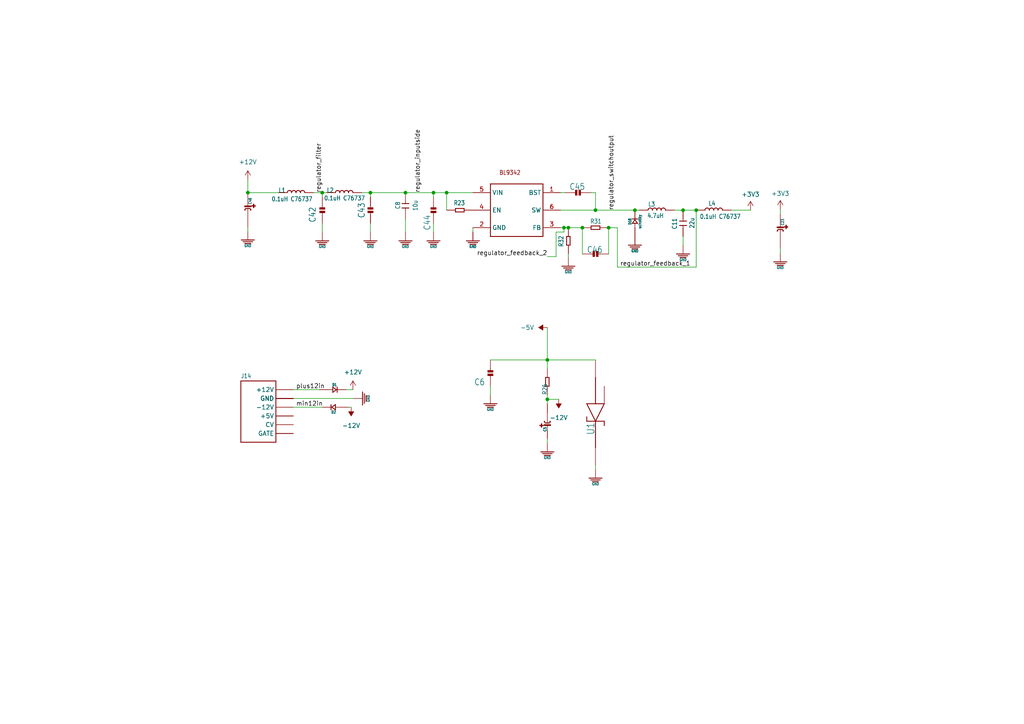
<source format=kicad_sch>
(kicad_sch (version 20211123) (generator eeschema)
  (paper "A4")
  (lib_symbols
    (symbol "TINRS - Wobbler (pico)sch-eagle-import:BL9342"
      (symbol "BL9342_1_0"
        (polyline (pts (xy -7.62 -7.62) (xy -7.62 7.62)) (stroke (width 0.254)))
        (polyline (pts (xy -7.62 7.62) (xy 7.62 7.62)) (stroke (width 0.254)))
        (polyline (pts (xy 7.62 -7.62) (xy -7.62 -7.62)) (stroke (width 0.254)))
        (polyline (pts (xy 7.62 7.62) (xy 7.62 -7.62)) (stroke (width 0.254)))
        (text "BL9342" (at -5.08 10.16 0) (effects (font (size 1.27 1.0795)) (justify left bottom)))
        (pin bidirectional line (at 12.7 5.08 180) (length 5.08) (name "BST") (number "1"))
        (pin bidirectional line (at -12.7 -5.08 0) (length 5.08) (name "GND") (number "2"))
        (pin bidirectional line (at 12.7 -5.08 180) (length 5.08) (name "FB") (number "3"))
        (pin bidirectional line (at -12.7 0 0) (length 5.08) (name "EN") (number "4"))
        (pin bidirectional line (at -12.7 5.08 0) (length 5.08) (name "VIN") (number "5"))
        (pin bidirectional line (at 12.7 0 180) (length 5.08) (name "SW") (number "6"))
      )
    )
    (symbol "TINRS - Wobbler (pico)sch-eagle-import:C-0805"
      (property "Reference" "C" (at -3.81 0 0))
      (property "Value" "C-0805" (at 0 0 0))
      (symbol "C-0805_1_0"
        (polyline (pts (xy -1.27 0) (xy -0.635 0)) (stroke (width 0.1524)))
        (polyline (pts (xy -0.635 -1.016) (xy -0.635 0)) (stroke (width 0.254)))
        (polyline (pts (xy -0.635 0) (xy -0.635 1.016)) (stroke (width 0.254)))
        (polyline (pts (xy 0.635 0) (xy 0.635 -1.016)) (stroke (width 0.254)))
        (polyline (pts (xy 0.635 0) (xy 1.27 0)) (stroke (width 0.1524)))
        (polyline (pts (xy 0.635 1.016) (xy 0.635 0)) (stroke (width 0.254)))
        (pin passive line (at -3.81 0 0) (length 2.54) (name "1") (number "1"))
        (pin passive line (at 3.81 0 180) (length 2.54) (name "2") (number "2"))
      )
    )
    (symbol "TINRS - Wobbler (pico)sch-eagle-import:C-EUC0402"
      (property "Reference" "C" (at 1.524 0.381 0))
      (property "Value" "C-EUC0402" (at 1.524 -4.699 0))
      (symbol "C-EUC0402_1_0"
        (rectangle (start -0.762 -2.032) (end 0.762 -1.524) (fill (type outline)))
        (rectangle (start -0.762 -1.016) (end 0.762 -0.508) (fill (type outline)))
        (polyline (pts (xy 0 -2.54) (xy 0 -2.032)) (stroke (width 0.1524)))
        (polyline (pts (xy 0 0) (xy 0 -0.508)) (stroke (width 0.1524)))
        (pin passive line (at 0 2.54 270) (length 2.54) (name "1") (number "1"))
        (pin passive line (at 0 -5.08 90) (length 2.54) (name "2") (number "2"))
      )
    )
    (symbol "TINRS - Wobbler (pico)sch-eagle-import:C-POLAR-A"
      (property "Reference" "C" (at -1.651 0.254 0))
      (property "Value" "C-POLAR-A" (at 0.762 0.254 0))
      (symbol "C-POLAR-A_1_0"
        (rectangle (start -1.778 1.5875) (end -0.6985 1.778) (fill (type outline)))
        (rectangle (start -1.7145 1.651) (end -0.762 1.778) (fill (type outline)))
        (rectangle (start -1.3335 1.143) (end -1.143 1.2065) (fill (type outline)))
        (rectangle (start -1.3335 1.2065) (end -1.2065 2.2225) (fill (type outline)))
        (rectangle (start -1.27 -0.9525) (end -0.9525 0.9525) (fill (type outline)))
        (rectangle (start -1.2065 1.2065) (end -1.143 2.2225) (fill (type outline)))
        (arc (start -0.508 -0.4445) (mid -0.3964 -0.7139) (end -0.127 -0.8255) (stroke (width 0.254)))
        (rectangle (start -0.127 -0.9525) (end 0 -0.6985) (fill (type outline)))
        (rectangle (start -0.127 0.6985) (end 0 0.889) (fill (type outline)))
        (arc (start -0.127 0.8255) (mid -0.3963 0.7138) (end -0.508 0.4445) (stroke (width 0.254)))
        (rectangle (start -0.127 0.889) (end 0 0.9525) (fill (type outline)))
        (polyline (pts (xy -1.27 0) (xy -2.54 0)) (stroke (width 0.1524)))
        (polyline (pts (xy -0.508 0) (xy 2.54 0)) (stroke (width 0.1524)))
        (polyline (pts (xy -0.508 0.4445) (xy -0.508 -0.4445)) (stroke (width 0.254)))
        (pin bidirectional line (at -5.08 0 0) (length 2.54) (name "1") (number "+"))
        (pin bidirectional line (at 5.08 0 180) (length 2.54) (name "2") (number "-"))
      )
    )
    (symbol "TINRS - Wobbler (pico)sch-eagle-import:D-SMA"
      (property "Reference" "D" (at 0.508 1.016 0))
      (property "Value" "D-SMA" (at 0.508 -1.016 0))
      (symbol "D-SMA_1_0"
        (polyline (pts (xy -1.27 0) (xy 0 0)) (stroke (width 0.1524)))
        (polyline (pts (xy 0 -0.762) (xy 0 0)) (stroke (width 0.254)))
        (polyline (pts (xy 0 -0.762) (xy 1.016 0)) (stroke (width 0.254)))
        (polyline (pts (xy 0 0) (xy 0 0.762)) (stroke (width 0.254)))
        (polyline (pts (xy 0 0.762) (xy 1.016 0)) (stroke (width 0.254)))
        (polyline (pts (xy 1.27 0.762) (xy 1.27 -0.762)) (stroke (width 0.254)))
        (pin passive line (at -3.81 0 0) (length 2.54) (name "+") (number "1"))
        (pin passive line (at 3.81 0 180) (length 2.54) (name "-") (number "2"))
      )
    )
    (symbol "TINRS - Wobbler (pico)sch-eagle-import:D-SOD-123"
      (property "Reference" "D" (at 0.508 1.016 0))
      (property "Value" "D-SOD-123" (at 0.508 -1.016 0))
      (symbol "D-SOD-123_1_0"
        (polyline (pts (xy -1.27 0) (xy 0 0)) (stroke (width 0.1524)))
        (polyline (pts (xy 0 -0.762) (xy 0 0)) (stroke (width 0.254)))
        (polyline (pts (xy 0 -0.762) (xy 1.016 0)) (stroke (width 0.254)))
        (polyline (pts (xy 0 0) (xy 0 0.762)) (stroke (width 0.254)))
        (polyline (pts (xy 0 0.762) (xy 1.016 0)) (stroke (width 0.254)))
        (polyline (pts (xy 1.27 0.762) (xy 1.27 -0.762)) (stroke (width 0.254)))
        (pin passive line (at -3.81 0 0) (length 2.54) (name "+") (number "+"))
        (pin passive line (at 3.81 0 180) (length 2.54) (name "-") (number "-"))
      )
    )
    (symbol "TINRS - Wobbler (pico)sch-eagle-import:GND" (power)
      (property "Value" "GND" (at 0 -1.27 0))
      (symbol "GND_1_0"
        (polyline (pts (xy -1.905 0) (xy 1.905 0)) (stroke (width 0.254)))
        (polyline (pts (xy -1.397 -0.508) (xy 1.397 -0.508)) (stroke (width 0.254)))
        (polyline (pts (xy -0.889 -1.016) (xy 0.889 -1.016)) (stroke (width 0.254)))
        (pin power_in line (at 0 2.54 270) (length 2.54) (name "GND") (number "1"))
      )
    )
    (symbol "TINRS - Wobbler (pico)sch-eagle-import:L-0805"
      (property "Reference" "L" (at -5.08 0 0))
      (property "Value" "L-0805" (at 2.54 0 0))
      (symbol "L-0805_1_0"
        (arc (start -1.27 0) (mid -1.905 0.635) (end -2.54 0) (stroke (width 0.254)))
        (arc (start 0 0) (mid -0.635 0.635) (end -1.27 0) (stroke (width 0.254)))
        (arc (start 1.27 0) (mid 0.635 0.635) (end 0 0) (stroke (width 0.254)))
        (arc (start 2.54 0) (mid 1.905 0.635) (end 1.27 0) (stroke (width 0.254)))
        (pin passive line (at -5.08 0 0) (length 2.54) (name "1") (number "1"))
        (pin passive line (at 5.08 0 180) (length 2.54) (name "2") (number "2"))
      )
    )
    (symbol "TINRS - Wobbler (pico)sch-eagle-import:L-SPD3D16-4R7M"
      (property "Reference" "L" (at -5.08 0 0))
      (property "Value" "L-SPD3D16-4R7M" (at 2.54 0 0))
      (symbol "L-SPD3D16-4R7M_1_0"
        (arc (start -1.27 0) (mid -1.905 0.635) (end -2.54 0) (stroke (width 0.254)))
        (arc (start 0 0) (mid -0.635 0.635) (end -1.27 0) (stroke (width 0.254)))
        (arc (start 1.27 0) (mid 0.635 0.635) (end 0 0) (stroke (width 0.254)))
        (arc (start 2.54 0) (mid 1.905 0.635) (end 1.27 0) (stroke (width 0.254)))
        (pin passive line (at -5.08 0 0) (length 2.54) (name "1") (number "1"))
        (pin passive line (at 5.08 0 180) (length 2.54) (name "2") (number "2"))
      )
    )
    (symbol "TINRS - Wobbler (pico)sch-eagle-import:LM4040DIM3-5.0"
      (property "Reference" "U" (at -4.826 2.7686 0))
      (property "Value" "LM4040DIM3-5.0" (at -5.5372 -8.3312 0))
      (symbol "LM4040DIM3-5.0_1_0"
        (polyline (pts (xy -2.54 -5.08) (xy -3.81 -5.08)) (stroke (width 0.254)))
        (polyline (pts (xy -2.54 -5.08) (xy -2.54 -2.54)) (stroke (width 0.254)))
        (polyline (pts (xy -2.54 -2.54) (xy -10.16 -2.54)) (stroke (width 0.254)))
        (polyline (pts (xy -2.54 -2.54) (xy -2.54 0)) (stroke (width 0.254)))
        (polyline (pts (xy -2.54 -2.54) (xy 2.54 -5.08)) (stroke (width 0.254)))
        (polyline (pts (xy -2.54 0) (xy -1.27 0)) (stroke (width 0.254)))
        (polyline (pts (xy 2.54 -5.08) (xy 2.54 -2.54)) (stroke (width 0.254)))
        (polyline (pts (xy 2.54 -2.54) (xy 2.54 0)) (stroke (width 0.254)))
        (polyline (pts (xy 2.54 0) (xy -2.54 -2.54)) (stroke (width 0.254)))
        (polyline (pts (xy 10.16 -2.54) (xy 2.54 -2.54)) (stroke (width 0.254)))
        (pin passive line (at -15.24 -2.54 0) (length 5.08) (name "CATHODE") (number "1"))
        (pin passive line (at 15.24 -2.54 180) (length 5.08) (name "ANODE") (number "2"))
        (pin passive line (at 7.62 -5.08 180) (length 5.08) (name "NC") (number "3"))
      )
    )
    (symbol "TINRS - Wobbler (pico)sch-eagle-import:POWERSHROUDED"
      (property "Reference" "J" (at -5.08 8.382 0))
      (symbol "POWERSHROUDED_1_0"
        (polyline (pts (xy -5.08 -10.16) (xy 5.08 -10.16)) (stroke (width 0.254)))
        (polyline (pts (xy -5.08 7.62) (xy -5.08 -10.16)) (stroke (width 0.254)))
        (polyline (pts (xy 5.08 -10.16) (xy 5.08 7.62)) (stroke (width 0.254)))
        (polyline (pts (xy 5.08 7.62) (xy -5.08 7.62)) (stroke (width 0.254)))
        (pin bidirectional line (at 10.16 0 180) (length 5.08) (name "-12V") (number "1"))
        (pin bidirectional line (at 10.16 5.08 180) (length 5.08) (name "+12V") (number "10"))
        (pin bidirectional line (at 10.16 -2.54 180) (length 5.08) (name "+5V") (number "11"))
        (pin bidirectional line (at 10.16 -2.54 180) (length 5.08) (name "+5V") (number "12"))
        (pin bidirectional line (at 10.16 -5.08 180) (length 5.08) (name "CV") (number "13"))
        (pin bidirectional line (at 10.16 -5.08 180) (length 5.08) (name "CV") (number "14"))
        (pin bidirectional line (at 10.16 -7.62 180) (length 5.08) (name "GATE") (number "15"))
        (pin bidirectional line (at 10.16 -7.62 180) (length 5.08) (name "GATE") (number "16"))
        (pin bidirectional line (at 10.16 0 180) (length 5.08) (name "-12V") (number "2"))
        (pin bidirectional line (at 10.16 2.54 180) (length 5.08) (name "GND") (number "3"))
        (pin bidirectional line (at 10.16 2.54 180) (length 5.08) (name "GND") (number "4"))
        (pin bidirectional line (at 10.16 2.54 180) (length 5.08) (name "GND") (number "5"))
        (pin bidirectional line (at 10.16 2.54 180) (length 5.08) (name "GND") (number "6"))
        (pin bidirectional line (at 10.16 2.54 180) (length 5.08) (name "GND") (number "7"))
        (pin bidirectional line (at 10.16 2.54 180) (length 5.08) (name "GND") (number "8"))
        (pin bidirectional line (at 10.16 5.08 180) (length 5.08) (name "+12V") (number "9"))
      )
    )
    (symbol "TINRS - Wobbler (pico)sch-eagle-import:R-0603"
      (property "Reference" "R" (at -3.81 0 0))
      (property "Value" "R-0603" (at 2.54 0 0))
      (symbol "R-0603_1_0"
        (polyline (pts (xy -1.27 -0.508) (xy -1.27 0.508)) (stroke (width 0.254)))
        (polyline (pts (xy -1.27 0.508) (xy 1.27 0.508)) (stroke (width 0.254)))
        (polyline (pts (xy 1.27 -0.508) (xy -1.27 -0.508)) (stroke (width 0.254)))
        (polyline (pts (xy 1.27 0.508) (xy 1.27 -0.508)) (stroke (width 0.254)))
        (pin passive line (at -3.81 0 0) (length 2.54) (name "1") (number "1"))
        (pin passive line (at 3.81 0 180) (length 2.54) (name "2") (number "2"))
      )
    )
    (symbol "power:+12V" (power) (pin_names (offset 0))
      (property "Value" "+12V" (at 0 3.556 0))
      (symbol "+12V_0_1"
        (polyline (pts (xy -0.762 1.27) (xy 0 2.54)))
        (polyline (pts (xy 0 0) (xy 0 2.54)))
        (polyline (pts (xy 0 2.54) (xy 0.762 1.27)))
      )
      (symbol "+12V_1_1"
        (pin power_in line (at 0 0 90) (length 0) hide (name "+12V") (number "1"))
      )
    )
    (symbol "power:+3.3V" (power) (pin_names (offset 0))
      (property "Value" "+3.3V" (at 0 3.556 0))
      (symbol "+3.3V_0_1"
        (polyline (pts (xy -0.762 1.27) (xy 0 2.54)))
        (polyline (pts (xy 0 0) (xy 0 2.54)))
        (polyline (pts (xy 0 2.54) (xy 0.762 1.27)))
      )
      (symbol "+3.3V_1_1"
        (pin power_in line (at 0 0 90) (length 0) hide (name "+3V3") (number "1"))
      )
    )
    (symbol "power:-12V" (power) (pin_names (offset 0))
      (property "Value" "-12V" (at 0 3.81 0))
      (symbol "-12V_0_0"
        (pin power_in line (at 0 0 90) (length 0) hide (name "-12V") (number "1"))
      )
      (symbol "-12V_0_1"
        (polyline (pts (xy 0 0) (xy 0 1.27) (xy 0.762 1.27) (xy 0 2.54) (xy -0.762 1.27) (xy 0 1.27)) (fill (type outline)))
      )
    )
    (symbol "power:-5V" (power) (pin_names (offset 0))
      (property "Value" "-5V" (at 0 3.81 0))
      (symbol "-5V_0_0"
        (pin power_in line (at 0 0 90) (length 0) hide (name "-5V") (number "1"))
      )
      (symbol "-5V_0_1"
        (polyline (pts (xy 0 0) (xy 0 1.27) (xy 0.762 1.27) (xy 0 2.54) (xy -0.762 1.27) (xy 0 1.27)) (fill (type outline)))
      )
    )
  )
  (junction (at 163.576 66.04))
  (junction (at 125.73 55.88))
  (junction (at 158.75 115.824))
  (junction (at 158.75 104.394))
  (junction (at 176.53 66.04))
  (junction (at 184.15 60.96))
  (junction (at 198.12 60.96))
  (junction (at 168.91 66.04))
  (junction (at 71.882 55.88))
  (junction (at 164.846 66.04))
  (junction (at 107.442 55.88))
  (junction (at 117.602 55.88))
  (junction (at 129.54 55.88))
  (junction (at 93.472 55.88))
  (junction (at 172.72 60.96))
  (junction (at 201.93 60.96))
  (wire (pts (xy 172.72 136.144) (xy 172.72 134.874)))
  (wire (pts (xy 172.72 55.88) (xy 172.72 60.96)))
  (wire (pts (xy 125.73 55.88) (xy 129.54 55.88)))
  (wire (pts (xy 158.75 106.934) (xy 158.75 104.394)))
  (wire (pts (xy 161.29 74.422) (xy 161.29 67.31)))
  (wire (pts (xy 117.602 67.31) (xy 117.602 63.5)))
  (wire (pts (xy 201.93 60.96) (xy 201.93 77.47)))
  (wire (pts (xy 104.902 55.88) (xy 107.442 55.88)))
  (wire (pts (xy 107.442 57.15) (xy 107.442 55.88)))
  (wire (pts (xy 158.75 94.996) (xy 158.75 104.394)))
  (wire (pts (xy 117.602 55.88) (xy 125.73 55.88)))
  (wire (pts (xy 226.314 73.406) (xy 226.314 72.136)))
  (wire (pts (xy 164.846 66.04) (xy 168.91 66.04)))
  (wire (pts (xy 212.09 60.96) (xy 217.678 60.96)))
  (wire (pts (xy 179.07 66.04) (xy 176.53 66.04)))
  (wire (pts (xy 179.07 77.47) (xy 179.07 66.04)))
  (wire (pts (xy 158.75 115.824) (xy 158.75 117.094)))
  (wire (pts (xy 162.56 66.04) (xy 163.576 66.04)))
  (wire (pts (xy 85.09 115.57) (xy 102.616 115.57)))
  (wire (pts (xy 162.56 60.96) (xy 172.72 60.96)))
  (wire (pts (xy 163.576 66.04) (xy 164.846 66.04)))
  (wire (pts (xy 101.092 118.11) (xy 101.854 118.11)))
  (wire (pts (xy 93.472 118.11) (xy 85.09 118.11)))
  (wire (pts (xy 71.882 52.07) (xy 71.882 55.88)))
  (wire (pts (xy 158.75 127.254) (xy 158.75 128.524)))
  (wire (pts (xy 198.12 71.12) (xy 198.12 68.58)))
  (wire (pts (xy 90.932 55.88) (xy 93.472 55.88)))
  (wire (pts (xy 158.75 115.824) (xy 158.75 114.554)))
  (wire (pts (xy 163.576 67.31) (xy 163.576 66.04)))
  (wire (pts (xy 161.29 67.31) (xy 163.576 67.31)))
  (wire (pts (xy 184.15 60.96) (xy 185.42 60.96)))
  (wire (pts (xy 125.73 57.15) (xy 125.73 55.88)))
  (wire (pts (xy 129.54 55.88) (xy 129.54 60.96)))
  (wire (pts (xy 71.882 67.056) (xy 71.882 66.04)))
  (wire (pts (xy 172.72 60.96) (xy 184.15 60.96)))
  (wire (pts (xy 158.75 74.422) (xy 161.29 74.422)))
  (wire (pts (xy 162.56 55.88) (xy 163.83 55.88)))
  (wire (pts (xy 71.882 55.88) (xy 80.772 55.88)))
  (wire (pts (xy 93.472 67.31) (xy 93.472 64.77)))
  (wire (pts (xy 93.472 57.15) (xy 93.472 55.88)))
  (wire (pts (xy 168.91 66.04) (xy 168.91 73.66)))
  (wire (pts (xy 198.12 60.96) (xy 201.93 60.96)))
  (wire (pts (xy 107.442 55.88) (xy 117.602 55.88)))
  (wire (pts (xy 158.75 104.394) (xy 172.72 104.394)))
  (wire (pts (xy 226.314 60.706) (xy 226.314 61.976)))
  (wire (pts (xy 201.93 77.47) (xy 179.07 77.47)))
  (wire (pts (xy 195.58 60.96) (xy 198.12 60.96)))
  (wire (pts (xy 158.75 115.824) (xy 162.052 115.824)))
  (wire (pts (xy 158.75 104.394) (xy 142.24 104.394)))
  (wire (pts (xy 137.16 66.04) (xy 137.16 67.31)))
  (wire (pts (xy 100.33 113.03) (xy 102.362 113.03)))
  (wire (pts (xy 164.846 74.676) (xy 164.846 73.66)))
  (wire (pts (xy 142.24 114.554) (xy 142.24 112.014)))
  (wire (pts (xy 176.53 73.66) (xy 176.53 66.04)))
  (wire (pts (xy 171.45 55.88) (xy 172.72 55.88)))
  (wire (pts (xy 125.73 67.31) (xy 125.73 64.77)))
  (wire (pts (xy 93.472 55.88) (xy 94.742 55.88)))
  (wire (pts (xy 107.442 67.31) (xy 107.442 64.77)))
  (wire (pts (xy 129.54 55.88) (xy 137.16 55.88)))
  (wire (pts (xy 85.09 113.03) (xy 92.71 113.03)))
  (label "regulator_feedback_2" (at 158.75 74.422 180))
  (label "plus12in" (at 85.852 113.03 0))
  (label "regulator_switchoutput" (at 178.308 60.96 90))
  (label "min12in" (at 85.852 118.11 0))
  (label "regulator_inputside" (at 122.174 55.88 90))
  (label "regulator_feedback_1" (at 179.832 77.47 0))
  (label "regulator_filter" (at 93.472 55.88 90))
  (symbol (lib_id "TINRS - Wobbler (pico)sch-eagle-import:GND") (at 71.882 69.596 0) (unit 1)
    (property "Reference" "#GND036" (effects hide))
    (property "Value" "GND" (at 71.882 70.866 0) (effects (font (size 0.762 0.6477)) (justify top)))
  )
  (symbol (lib_id "power:+3.3V") (at 217.678 60.96 0) (unit 1)
    (property "Reference" "#PWR0148" (effects hide))
    (property "Value" "+3.3V" (at 217.678 56.388 0))
  )
  (symbol (lib_id "TINRS - Wobbler (pico)sch-eagle-import:C-POLAR-A") (at 158.75 122.174 90) (unit 1)
    (property "Reference" "C5" (at 158.496 123.825 0) (effects (font (size 0.762 0.6477)) (justify right bottom)))
    (property "Value" "10uF" (at 158.496 121.412 0) (effects (font (size 0.762 0.6477)) (justify left bottom)))
    (property "Footprint" "CASE-A_3216" (effects hide))
    (property "Value" "197427" (effects hide))
  )
  (symbol (lib_id "TINRS - Wobbler (pico)sch-eagle-import:D-SMA") (at 97.282 118.11 180) (unit 1)
    (property "Reference" "D2" (at 96.774 119.126 0) (effects (font (size 0.762 0.6477)) (justify bottom)))
    (property "Value" "MRA4004T3G" (at 96.774 117.094 0) (effects (font (size 0.762 0.6477)) (justify top)))
    (property "Footprint" "DO-214AC" (effects hide))
    (property "Value" "9551824" (effects hide))
  )
  (symbol (lib_id "TINRS - Wobbler (pico)sch-eagle-import:D-SOD-123") (at 184.15 64.77 90) (unit 1)
    (property "Reference" "D18" (at 183.134 64.262 0) (effects (font (size 0.762 0.6477)) (justify bottom)))
    (property "Value" "schottky" (at 185.166 64.262 0) (effects (font (size 0.762 0.6477)) (justify top)))
    (property "Footprint" "TINRS - Wobbler (pico)sch:SOD123" (effects hide))
  )
  (symbol (lib_id "TINRS - Wobbler (pico)sch-eagle-import:GND") (at 137.16 69.85 0) (unit 1)
    (property "Reference" "#GND015" (effects hide))
    (property "Value" "GND" (at 137.16 71.12 0) (effects (font (size 0.762 0.6477)) (justify top)))
  )
  (symbol (lib_id "power:+12V") (at 102.362 113.03 0) (unit 1)
    (property "Reference" "#PWR0150" (effects hide))
    (property "Value" "+12V" (at 102.362 107.95 0))
  )
  (symbol (lib_id "TINRS - Wobbler (pico)sch-eagle-import:GND") (at 226.314 75.946 0) (unit 1)
    (property "Reference" "#GND016" (effects hide))
    (property "Value" "GND" (at 226.314 77.216 0) (effects (font (size 0.762 0.6477)) (justify top)))
  )
  (symbol (lib_id "TINRS - Wobbler (pico)sch-eagle-import:GND") (at 172.72 138.684 0) (unit 1)
    (property "Reference" "#GND024" (effects hide))
    (property "Value" "GND" (at 172.72 139.954 0) (effects (font (size 0.762 0.6477)) (justify top)))
  )
  (symbol (lib_id "TINRS - Wobbler (pico)sch-eagle-import:C-POLAR-A") (at 226.314 67.056 270) (unit 1)
    (property "Reference" "C23" (at 226.568 65.405 0) (effects (font (size 0.762 0.6477)) (justify right bottom)))
    (property "Value" "10uF" (at 226.568 67.818 0) (effects (font (size 0.762 0.6477)) (justify left bottom)))
    (property "Footprint" "CASE-A_3216" (effects hide))
    (property "Value" "197427" (effects hide))
  )
  (symbol (lib_id "TINRS - Wobbler (pico)sch-eagle-import:L-0805") (at 207.01 60.96 0) (unit 1)
    (property "Reference" "L4" (at 205.486 59.69 0) (effects (font (size 1.27 1.0795)) (justify left bottom)))
    (property "Value" "0.1uH C76737 " (at 202.946 63.5 0) (effects (font (size 1.27 1.0795)) (justify left bottom)))
    (property "Footprint" "L0805" (effects hide))
  )
  (symbol (lib_id "TINRS - Wobbler (pico)sch-eagle-import:GND") (at 142.24 117.094 0) (unit 1)
    (property "Reference" "#GND025" (effects hide))
    (property "Value" "GND" (at 142.24 118.364 0) (effects (font (size 0.762 0.6477)) (justify top)))
  )
  (symbol (lib_id "power:-5V") (at 158.75 94.996 90) (unit 1)
    (property "Reference" "#PWR0147" (effects hide))
    (property "Value" "-5V" (at 154.94 94.9959 90) (effects (justify left)))
  )
  (symbol (lib_id "TINRS - Wobbler (pico)sch-eagle-import:GND") (at 105.156 115.57 90) (unit 1)
    (property "Reference" "#GND01" (effects hide))
    (property "Value" "GND" (at 106.426 115.57 0) (effects (font (size 0.762 0.6477)) (justify top)))
  )
  (symbol (lib_id "TINRS - Wobbler (pico)sch-eagle-import:BL9342") (at 149.86 60.96 0) (unit 1)
    (property "Reference" "U$5" (effects hide))
    (property "Value" "BL9342" (effects hide))
    (property "Footprint" "SOT23-6" (effects hide))
  )
  (symbol (lib_id "TINRS - Wobbler (pico)sch-eagle-import:POWERSHROUDED") (at 74.93 118.11 0) (unit 1)
    (property "Reference" "J14" (at 69.85 109.728 0) (effects (font (size 1.27 1.0795)) (justify left bottom)))
    (property "Value" "POWERSHROUDED" (effects hide))
    (property "Footprint" "POWER_16_SHROUDED" (effects hide))
    (property "Value" "unknown" (effects hide))
  )
  (symbol (lib_id "TINRS - Wobbler (pico)sch-eagle-import:L-0805") (at 85.852 55.88 0) (unit 1)
    (property "Reference" "L1" (at 80.772 55.88 0) (effects (font (size 1.27 1.0795)) (justify left bottom)))
    (property "Value" "0.1uH C76737 " (at 78.74 58.42 0) (effects (font (size 1.27 1.0795)) (justify left bottom)))
    (property "Footprint" "L0805" (effects hide))
  )
  (symbol (lib_id "TINRS - Wobbler (pico)sch-eagle-import:L-0805") (at 99.822 55.88 0) (unit 1)
    (property "Reference" "L2" (at 94.742 55.88 0) (effects (font (size 1.27 1.0795)) (justify left bottom)))
    (property "Value" "0.1uH C76737 " (at 93.98 58.166 0) (effects (font (size 1.27 1.0795)) (justify left bottom)))
    (property "Footprint" "L0805" (effects hide))
  )
  (symbol (lib_id "power:-12V") (at 162.052 115.824 180) (unit 1)
    (property "Reference" "#PWR0146" (effects hide))
    (property "Value" "-12V" (at 162.052 121.158 0))
  )
  (symbol (lib_id "TINRS - Wobbler (pico)sch-eagle-import:C-EUC0402") (at 168.91 55.88 270) (unit 1)
    (property "Reference" "C45" (at 165.1 55.118 90) (effects (font (size 1.778 1.5113)) (justify left bottom)))
    (property "Value" "100nF" (at 164.592 59.69 90) (effects (font (size 1.778 1.5113)) (justify left bottom)))
    (property "Footprint" "C0402" (effects hide))
    (property "Value" "1759017" (effects hide))
  )
  (symbol (lib_id "TINRS - Wobbler (pico)sch-eagle-import:GND") (at 184.15 71.12 0) (unit 1)
    (property "Reference" "#GND018" (effects hide))
    (property "Value" "GND" (at 184.15 72.39 0) (effects (font (size 0.762 0.6477)) (justify top)))
  )
  (symbol (lib_id "TINRS - Wobbler (pico)sch-eagle-import:D-SMA") (at 96.52 113.03 0) (unit 1)
    (property "Reference" "D1" (at 97.028 112.014 0) (effects (font (size 0.762 0.6477)) (justify bottom)))
    (property "Value" "MRA4004T3G" (at 97.028 114.046 0) (effects (font (size 0.762 0.6477)) (justify top)))
    (property "Footprint" "DO-214AC" (effects hide))
    (property "Value" "9551824" (effects hide))
  )
  (symbol (lib_id "TINRS - Wobbler (pico)sch-eagle-import:C-EUC0402") (at 107.442 62.23 180) (unit 1)
    (property "Reference" "C43" (at 103.886 58.674 90) (effects (font (size 1.778 1.5113)) (justify left bottom)))
    (property "Value" "100nF" (at 108.458 57.912 90) (effects (font (size 1.778 1.5113)) (justify left bottom)))
    (property "Footprint" "C0402" (effects hide))
    (property "Value" "1759017" (effects hide))
  )
  (symbol (lib_id "TINRS - Wobbler (pico)sch-eagle-import:GND") (at 198.12 73.66 0) (unit 1)
    (property "Reference" "#GND053" (effects hide))
    (property "Value" "GND" (at 198.12 74.93 0) (effects (font (size 0.762 0.6477)) (justify top)))
  )
  (symbol (lib_id "TINRS - Wobbler (pico)sch-eagle-import:C-POLAR-A") (at 71.882 60.96 270) (unit 1)
    (property "Reference" "C48" (at 72.136 59.309 0) (effects (font (size 0.762 0.6477)) (justify right bottom)))
    (property "Value" "10uF" (at 72.136 61.722 0) (effects (font (size 0.762 0.6477)) (justify left bottom)))
    (property "Footprint" "CASE-A_3216" (effects hide))
    (property "Value" "197427" (effects hide))
  )
  (symbol (lib_id "power:+12V") (at 71.882 52.07 0) (unit 1)
    (property "Reference" "#PWR0151" (effects hide))
    (property "Value" "+12V" (at 71.882 46.99 0))
  )
  (symbol (lib_id "TINRS - Wobbler (pico)sch-eagle-import:GND") (at 93.472 69.85 0) (unit 1)
    (property "Reference" "#GND035" (effects hide))
    (property "Value" "GND" (at 93.472 71.12 0) (effects (font (size 0.762 0.6477)) (justify top)))
  )
  (symbol (lib_id "power:+3.3V") (at 226.314 60.706 0) (unit 1)
    (property "Reference" "#PWR0149" (effects hide))
    (property "Value" "+3.3V" (at 226.314 56.134 0))
  )
  (symbol (lib_id "TINRS - Wobbler (pico)sch-eagle-import:C-0805") (at 117.602 59.69 90) (unit 1)
    (property "Reference" "C8" (at 116.078 60.706 0) (effects (font (size 1.27 1.0795)) (justify left bottom)))
    (property "Value" "10u" (at 121.158 61.214 0) (effects (font (size 1.27 1.0795)) (justify left bottom)))
    (property "Footprint" "C0805" (effects hide))
  )
  (symbol (lib_id "TINRS - Wobbler (pico)sch-eagle-import:R-0603") (at 172.72 66.04 180) (unit 1)
    (property "Reference" "R31" (at 174.498 63.5 0) (effects (font (size 1.27 1.0795)) (justify left bottom)))
    (property "Value" "49.9k" (at 175.006 67.056 0) (effects (font (size 1.27 1.0795)) (justify left bottom)))
    (property "Footprint" "R0603" (effects hide))
    (property "Value" "unknown" (effects hide))
  )
  (symbol (lib_id "TINRS - Wobbler (pico)sch-eagle-import:C-EUC0402") (at 142.24 109.474 180) (unit 1)
    (property "Reference" "C6" (at 140.716 109.855 0) (effects (font (size 1.778 1.5113)) (justify left bottom)))
    (property "Value" "100nF" (at 140.716 104.775 0) (effects (font (size 1.778 1.5113)) (justify left bottom)))
    (property "Footprint" "C0402" (effects hide))
    (property "Value" "1301804" (effects hide))
  )
  (symbol (lib_id "TINRS - Wobbler (pico)sch-eagle-import:GND") (at 158.75 131.064 0) (unit 1)
    (property "Reference" "#GND023" (effects hide))
    (property "Value" "GND" (at 158.75 132.334 0) (effects (font (size 0.762 0.6477)) (justify top)))
  )
  (symbol (lib_id "TINRS - Wobbler (pico)sch-eagle-import:C-0805") (at 198.12 64.77 90) (unit 1)
    (property "Reference" "C11" (at 196.342 66.548 0) (effects (font (size 1.27 1.0795)) (justify left bottom)))
    (property "Value" "22u" (at 201.422 66.294 0) (effects (font (size 1.27 1.0795)) (justify left bottom)))
    (property "Footprint" "C0805" (effects hide))
  )
  (symbol (lib_id "TINRS - Wobbler (pico)sch-eagle-import:R-0603") (at 158.75 110.744 90) (unit 1)
    (property "Reference" "R26" (at 158.75 114.554 0) (effects (font (size 1.27 1.0795)) (justify left bottom)))
    (property "Value" "10k" (at 158.75 108.204 0) (effects (font (size 1.27 1.0795)) (justify left bottom)))
    (property "Footprint" "R0603" (effects hide))
    (property "Value" "unknown" (effects hide))
  )
  (symbol (lib_id "TINRS - Wobbler (pico)sch-eagle-import:L-SPD3D16-4R7M") (at 190.5 60.96 0) (unit 1)
    (property "Reference" "L3" (at 187.96 59.944 0) (effects (font (size 1.27 1.0795)) (justify left bottom)))
    (property "Value" "4.7uH" (at 187.706 63.246 0) (effects (font (size 1.27 1.0795)) (justify left bottom)))
    (property "Footprint" "TINRS - Wobbler (pico)sch:L0420" (effects hide))
  )
  (symbol (lib_id "power:-12V") (at 101.854 118.11 180) (unit 1)
    (property "Reference" "#PWR0152" (effects hide))
    (property "Value" "-12V" (at 101.854 123.444 0))
  )
  (symbol (lib_id "TINRS - Wobbler (pico)sch-eagle-import:GND") (at 117.602 69.85 0) (unit 1)
    (property "Reference" "#GND043" (effects hide))
    (property "Value" "GND" (at 117.602 71.12 0) (effects (font (size 0.762 0.6477)) (justify top)))
  )
  (symbol (lib_id "TINRS - Wobbler (pico)sch-eagle-import:LM4040DIM3-5.0") (at 170.18 119.634 90) (unit 1)
    (property "Reference" "U1" (at 172.466 126.238 0) (effects (font (size 2.0828 1.7703)) (justify left bottom)))
    (property "Value" "LM4040DIM3-5.0" (at 180.34 128.27 0) (effects (font (size 2.0828 1.7703)) (justify left bottom)))
    (property "Footprint" "TINRS - Wobbler (pico)sch:SOT95P237X112-3N" (effects hide))
    (property "Value" "9778330" (effects hide))
  )
  (symbol (lib_id "TINRS - Wobbler (pico)sch-eagle-import:GND") (at 125.73 69.85 0) (unit 1)
    (property "Reference" "#GND017" (effects hide))
    (property "Value" "GND" (at 125.73 71.12 0) (effects (font (size 0.762 0.6477)) (justify top)))
  )
  (symbol (lib_id "TINRS - Wobbler (pico)sch-eagle-import:R-0603") (at 133.35 60.96 180) (unit 1)
    (property "Reference" "R23" (at 134.874 58.166 0) (effects (font (size 1.27 1.0795)) (justify left bottom)))
    (property "Value" "100k" (at 135.128 61.976 0) (effects (font (size 1.27 1.0795)) (justify left bottom)))
    (property "Footprint" "R0603" (effects hide))
    (property "Value" "unknown" (effects hide))
  )
  (symbol (lib_id "TINRS - Wobbler (pico)sch-eagle-import:GND") (at 164.846 77.216 0) (unit 1)
    (property "Reference" "#GND039" (effects hide))
    (property "Value" "GND" (at 164.846 78.486 0) (effects (font (size 0.762 0.6477)) (justify top)))
  )
  (symbol (lib_id "TINRS - Wobbler (pico)sch-eagle-import:GND") (at 107.442 69.85 0) (unit 1)
    (property "Reference" "#GND030" (effects hide))
    (property "Value" "GND" (at 107.442 71.12 0) (effects (font (size 0.762 0.6477)) (justify top)))
  )
  (symbol (lib_id "TINRS - Wobbler (pico)sch-eagle-import:R-0603") (at 164.846 69.85 270) (unit 1)
    (property "Reference" "R32" (at 162.052 68.326 0) (effects (font (size 1.27 1.0795)) (justify left bottom)))
    (property "Value" "16.2k" (at 165.608 67.818 0) (effects (font (size 1.27 1.0795)) (justify left bottom)))
    (property "Footprint" "R0603" (effects hide))
    (property "Value" "unknown" (effects hide))
  )
  (symbol (lib_id "TINRS - Wobbler (pico)sch-eagle-import:C-EUC0402") (at 93.472 62.23 180) (unit 1)
    (property "Reference" "C42" (at 89.662 59.944 90) (effects (font (size 1.778 1.5113)) (justify left bottom)))
    (property "Value" "10n" (at 94.488 59.436 90) (effects (font (size 1.778 1.5113)) (justify left bottom)))
    (property "Footprint" "C0402" (effects hide))
    (property "Value" "1759017" (effects hide))
  )
  (symbol (lib_id "TINRS - Wobbler (pico)sch-eagle-import:C-EUC0402") (at 125.73 62.23 180) (unit 1)
    (property "Reference" "C44" (at 122.936 62.23 90) (effects (font (size 1.778 1.5113)) (justify left bottom)))
    (property "Value" "100nF" (at 125.984 62.23 90) (effects (font (size 1.778 1.5113)) (justify left bottom)))
    (property "Footprint" "C0402" (effects hide))
    (property "Value" "1759017" (effects hide))
  )
  (symbol (lib_id "TINRS - Wobbler (pico)sch-eagle-import:C-EUC0402") (at 173.99 73.66 270) (unit 1)
    (property "Reference" "C46" (at 170.18 73.406 90) (effects (font (size 1.778 1.5113)) (justify left bottom)))
    (property "Value" "33p" (at 170.688 77.724 90) (effects (font (size 1.778 1.5113)) (justify left bottom)))
    (property "Footprint" "C0402" (effects hide))
    (property "Value" "1759017" (effects hide))
  )
)
</source>
